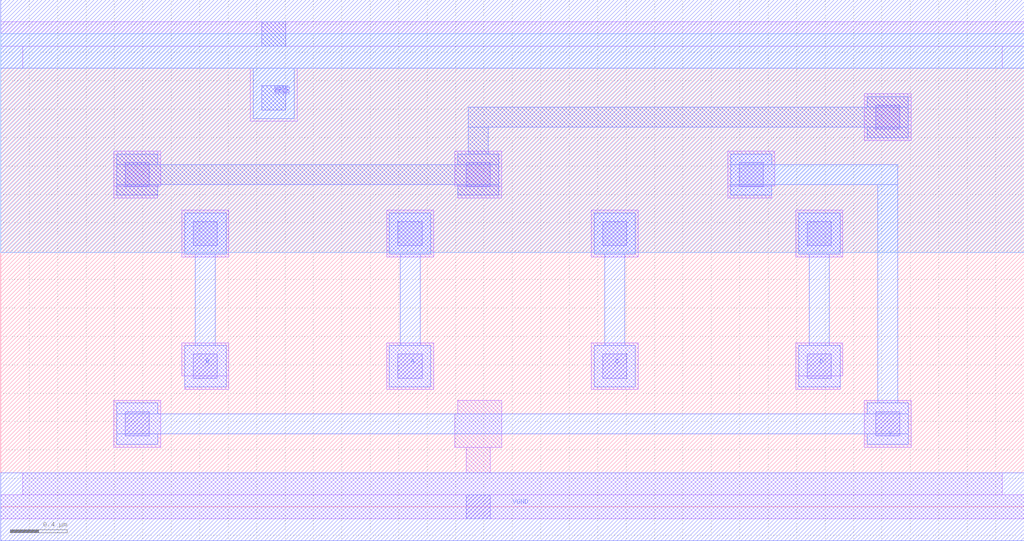
<source format=lef>
VERSION 5.7 ;
  NOWIREEXTENSIONATPIN ON ;
  DIVIDERCHAR "/" ;
  BUSBITCHARS "[]" ;
MACRO AOI22X1
  CLASS CORE ;
  FOREIGN AOI22X1 ;
  ORIGIN 0.000 0.000 ;
  SIZE 7.200 BY 3.330 ;
  SYMMETRY X Y ;
  SITE unit ;
  PIN A
    ANTENNAGATEAREA 0.189000 ;
    PORT
      LAYER met1 ;
        RECT 2.735 1.780 3.025 2.070 ;
        RECT 2.810 1.135 2.950 1.780 ;
        RECT 2.735 0.845 3.025 1.135 ;
    END
  END A
  PIN B
    ANTENNAGATEAREA 0.189000 ;
    PORT
      LAYER met1 ;
        RECT 1.295 1.780 1.585 2.070 ;
        RECT 1.370 1.135 1.510 1.780 ;
        RECT 1.295 0.845 1.585 1.135 ;
    END
  END B
  PIN C
    ANTENNAGATEAREA 0.189000 ;
    PORT
      LAYER met1 ;
        RECT 4.175 1.780 4.465 2.070 ;
        RECT 4.250 1.135 4.390 1.780 ;
        RECT 4.175 0.845 4.465 1.135 ;
    END
  END C
  PIN D
    ANTENNAGATEAREA 0.189000 ;
    PORT
      LAYER met1 ;
        RECT 5.615 1.780 5.905 2.070 ;
        RECT 5.690 1.135 5.830 1.780 ;
        RECT 5.615 0.845 5.905 1.135 ;
    END
  END D
  PIN VGND
    ANTENNADIFFAREA 0.562100 ;
    PORT
      LAYER met1 ;
        RECT 0.000 -0.240 7.200 0.240 ;
    END
    PORT
      LAYER met1 ;
        RECT 0.000 3.090 7.200 3.570 ;
        RECT 1.775 2.735 2.065 3.090 ;
    END
  END VGND
  PIN VPWR
    ANTENNADIFFAREA 1.083600 ;
    PORT
      LAYER li1 ;
        RECT 0.000 3.245 7.200 3.415 ;
        RECT 0.155 3.090 7.045 3.245 ;
        RECT 1.755 2.715 2.085 3.090 ;
      LAYER mcon ;
        RECT 1.835 3.245 2.005 3.415 ;
        RECT 1.835 2.795 2.005 2.965 ;
    END
  END VPWR
  PIN Y
    ANTENNADIFFAREA 1.803750 ;
    PORT
      LAYER met1 ;
        RECT 5.135 2.410 5.425 2.485 ;
        RECT 5.135 2.270 6.310 2.410 ;
        RECT 5.135 2.195 5.425 2.270 ;
        RECT 6.170 0.730 6.310 2.270 ;
        RECT 0.815 0.655 1.105 0.730 ;
        RECT 6.095 0.655 6.385 0.730 ;
        RECT 0.815 0.515 6.385 0.655 ;
        RECT 0.815 0.440 1.105 0.515 ;
        RECT 6.095 0.440 6.385 0.515 ;
    END
  END Y
  OBS
      LAYER nwell ;
        RECT 0.000 1.790 7.200 3.330 ;
      LAYER li1 ;
        RECT 6.075 2.580 6.405 2.910 ;
        RECT 0.795 2.260 1.125 2.505 ;
        RECT 3.195 2.260 3.525 2.505 ;
        RECT 0.795 2.175 1.105 2.260 ;
        RECT 3.215 2.175 3.525 2.260 ;
        RECT 5.115 2.260 5.445 2.505 ;
        RECT 5.115 2.175 5.425 2.260 ;
        RECT 1.275 1.760 1.605 2.090 ;
        RECT 2.715 1.760 3.045 2.090 ;
        RECT 4.155 1.760 4.485 2.090 ;
        RECT 5.595 1.760 5.925 2.090 ;
        RECT 1.275 0.920 1.605 1.155 ;
        RECT 1.295 0.825 1.605 0.920 ;
        RECT 2.715 0.825 3.045 1.155 ;
        RECT 4.155 0.825 4.485 1.155 ;
        RECT 5.595 0.920 5.925 1.155 ;
        RECT 5.595 0.825 5.905 0.920 ;
        RECT 0.795 0.420 1.125 0.750 ;
        RECT 3.215 0.655 3.525 0.750 ;
        RECT 3.195 0.420 3.525 0.655 ;
        RECT 6.075 0.420 6.405 0.750 ;
        RECT 3.275 0.240 3.445 0.420 ;
        RECT 0.155 0.085 7.045 0.240 ;
        RECT 0.000 -0.085 7.200 0.085 ;
      LAYER mcon ;
        RECT 6.155 2.660 6.325 2.830 ;
        RECT 0.875 2.255 1.045 2.425 ;
        RECT 3.275 2.255 3.445 2.425 ;
        RECT 5.195 2.255 5.365 2.425 ;
        RECT 1.355 1.840 1.525 2.010 ;
        RECT 2.795 1.840 2.965 2.010 ;
        RECT 4.235 1.840 4.405 2.010 ;
        RECT 5.675 1.840 5.845 2.010 ;
        RECT 1.355 0.905 1.525 1.075 ;
        RECT 2.795 0.905 2.965 1.075 ;
        RECT 4.235 0.905 4.405 1.075 ;
        RECT 5.675 0.905 5.845 1.075 ;
        RECT 0.875 0.500 1.045 0.670 ;
        RECT 6.155 0.500 6.325 0.670 ;
        RECT 3.275 -0.085 3.445 0.085 ;
      LAYER met1 ;
        RECT 6.095 2.815 6.385 2.890 ;
        RECT 3.290 2.675 6.385 2.815 ;
        RECT 3.290 2.485 3.430 2.675 ;
        RECT 6.095 2.600 6.385 2.675 ;
        RECT 0.815 2.410 1.105 2.485 ;
        RECT 3.215 2.410 3.505 2.485 ;
        RECT 0.815 2.270 3.505 2.410 ;
        RECT 0.815 2.195 1.105 2.270 ;
        RECT 3.215 2.195 3.505 2.270 ;
  END
END AOI22X1
END LIBRARY


</source>
